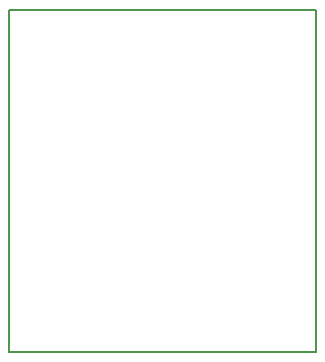
<source format=gbr>
%TF.GenerationSoftware,KiCad,Pcbnew,(6.0.4)*%
%TF.CreationDate,2023-01-29T14:49:02+00:00*%
%TF.ProjectId,PrettySmallRobot,50726574-7479-4536-9d61-6c6c526f626f,rev?*%
%TF.SameCoordinates,Original*%
%TF.FileFunction,Profile,NP*%
%FSLAX46Y46*%
G04 Gerber Fmt 4.6, Leading zero omitted, Abs format (unit mm)*
G04 Created by KiCad (PCBNEW (6.0.4)) date 2023-01-29 14:49:02*
%MOMM*%
%LPD*%
G01*
G04 APERTURE LIST*
%TA.AperFunction,Profile*%
%ADD10C,0.200000*%
%TD*%
G04 APERTURE END LIST*
D10*
X171050000Y-97500000D02*
X197050000Y-97500000D01*
X197050000Y-97500000D02*
X197050000Y-126500000D01*
X197050000Y-126500000D02*
X171050000Y-126500000D01*
X171050000Y-126500000D02*
X171050000Y-97500000D01*
M02*

</source>
